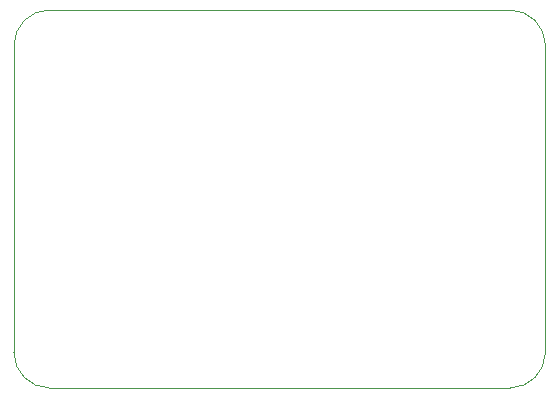
<source format=gbr>
%TF.GenerationSoftware,KiCad,Pcbnew,7.0.7*%
%TF.CreationDate,2023-12-05T14:15:23+03:00*%
%TF.ProjectId,InterceptRelay,496e7465-7263-4657-9074-52656c61792e,rev?*%
%TF.SameCoordinates,Original*%
%TF.FileFunction,Profile,NP*%
%FSLAX46Y46*%
G04 Gerber Fmt 4.6, Leading zero omitted, Abs format (unit mm)*
G04 Created by KiCad (PCBNEW 7.0.7) date 2023-12-05 14:15:23*
%MOMM*%
%LPD*%
G01*
G04 APERTURE LIST*
%TA.AperFunction,Profile*%
%ADD10C,0.100000*%
%TD*%
G04 APERTURE END LIST*
D10*
X79349600Y-78991200D02*
X79349600Y-52991200D01*
X82349600Y-49991200D02*
G75*
G03*
X79349600Y-52991200I0J-3000000D01*
G01*
X121349600Y-81991200D02*
G75*
G03*
X124349600Y-78991200I0J3000000D01*
G01*
X124349600Y-52991200D02*
G75*
G03*
X121349600Y-49991200I-3000000J0D01*
G01*
X121349600Y-49991200D02*
X82349600Y-49991200D01*
X124349600Y-78991200D02*
X124349600Y-52991200D01*
X82349600Y-81991200D02*
X121349600Y-81991200D01*
X79349600Y-78991200D02*
G75*
G03*
X82349600Y-81991200I3000000J0D01*
G01*
M02*

</source>
